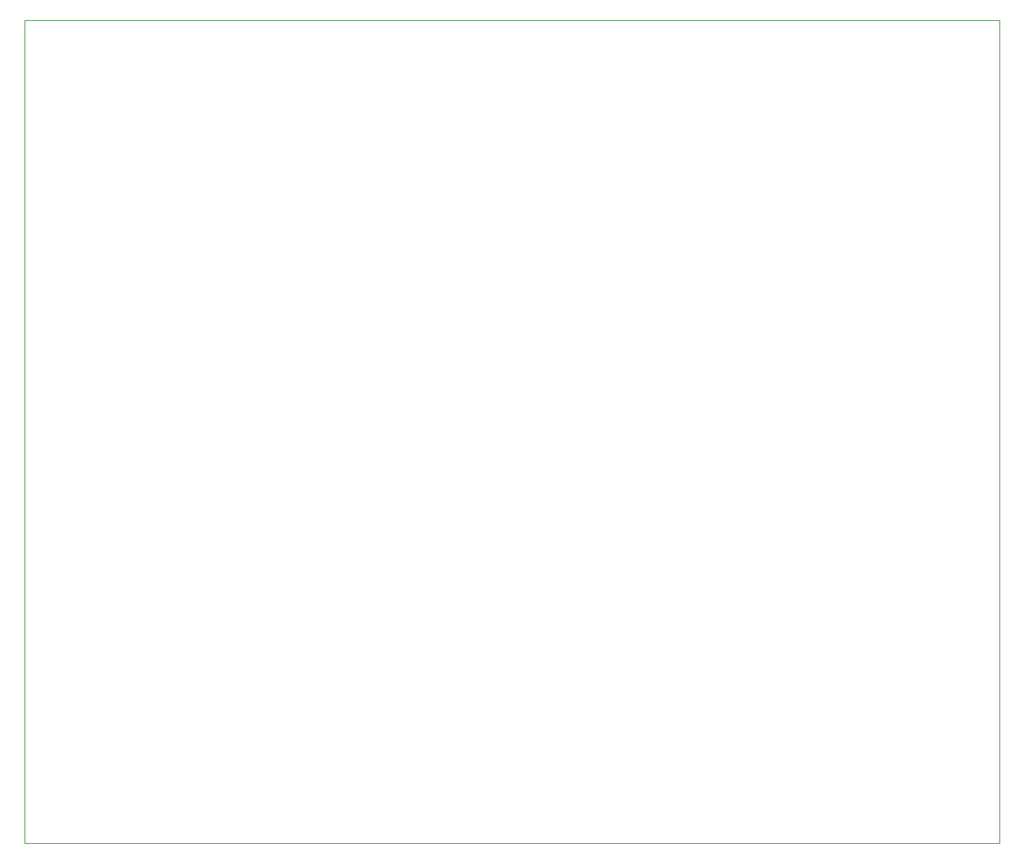
<source format=gm1>
G04 #@! TF.GenerationSoftware,KiCad,Pcbnew,7.0.11-7.0.11~ubuntu22.04.1*
G04 #@! TF.CreationDate,2024-10-29T07:47:49+09:00*
G04 #@! TF.ProjectId,Akashi-19,416b6173-6869-42d3-9139-2e6b69636164,rev?*
G04 #@! TF.SameCoordinates,Original*
G04 #@! TF.FileFunction,Profile,NP*
%FSLAX46Y46*%
G04 Gerber Fmt 4.6, Leading zero omitted, Abs format (unit mm)*
G04 Created by KiCad (PCBNEW 7.0.11-7.0.11~ubuntu22.04.1) date 2024-10-29 07:47:49*
%MOMM*%
%LPD*%
G01*
G04 APERTURE LIST*
G04 #@! TA.AperFunction,Profile*
%ADD10C,0.050000*%
G04 #@! TD*
G04 APERTURE END LIST*
D10*
X212090000Y-52070000D02*
X97790000Y-52070000D01*
X97790000Y-148590000D02*
X212090000Y-148590000D01*
X97790000Y-52070000D02*
X97790000Y-148590000D01*
X212090000Y-148590000D02*
X212090000Y-52070000D01*
M02*

</source>
